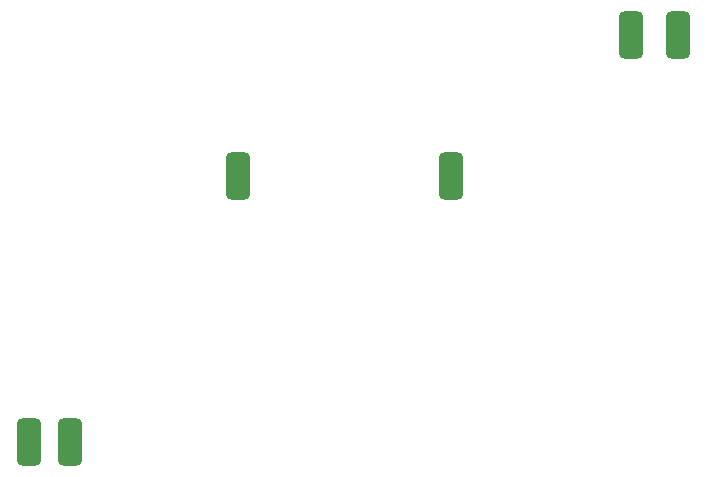
<source format=gbr>
%TF.GenerationSoftware,KiCad,Pcbnew,8.0.3*%
%TF.CreationDate,2024-07-02T20:09:31+01:00*%
%TF.ProjectId,Tims_I2C_Dual_Motor_Driver,54696d73-5f49-4324-935f-4475616c5f4d,rev?*%
%TF.SameCoordinates,Original*%
%TF.FileFunction,Soldermask,Bot*%
%TF.FilePolarity,Negative*%
%FSLAX46Y46*%
G04 Gerber Fmt 4.6, Leading zero omitted, Abs format (unit mm)*
G04 Created by KiCad (PCBNEW 8.0.3) date 2024-07-02 20:09:31*
%MOMM*%
%LPD*%
G01*
G04 APERTURE LIST*
G04 Aperture macros list*
%AMRoundRect*
0 Rectangle with rounded corners*
0 $1 Rounding radius*
0 $2 $3 $4 $5 $6 $7 $8 $9 X,Y pos of 4 corners*
0 Add a 4 corners polygon primitive as box body*
4,1,4,$2,$3,$4,$5,$6,$7,$8,$9,$2,$3,0*
0 Add four circle primitives for the rounded corners*
1,1,$1+$1,$2,$3*
1,1,$1+$1,$4,$5*
1,1,$1+$1,$6,$7*
1,1,$1+$1,$8,$9*
0 Add four rect primitives between the rounded corners*
20,1,$1+$1,$2,$3,$4,$5,0*
20,1,$1+$1,$4,$5,$6,$7,0*
20,1,$1+$1,$6,$7,$8,$9,0*
20,1,$1+$1,$8,$9,$2,$3,0*%
G04 Aperture macros list end*
%ADD10RoundRect,0.400000X-0.600000X1.600000X-0.600000X-1.600000X0.600000X-1.600000X0.600000X1.600000X0*%
G04 APERTURE END LIST*
D10*
%TO.C,Pad10*%
X145377500Y-88540000D03*
%TD*%
%TO.C,Pad11*%
X163477500Y-88540000D03*
%TD*%
%TO.C,Pad9*%
X178677500Y-76540000D03*
%TD*%
%TO.C,Pad6*%
X131177500Y-111040000D03*
%TD*%
%TO.C,Pad8*%
X182677500Y-76540000D03*
%TD*%
%TO.C,Pad7*%
X127677500Y-111040000D03*
%TD*%
M02*

</source>
